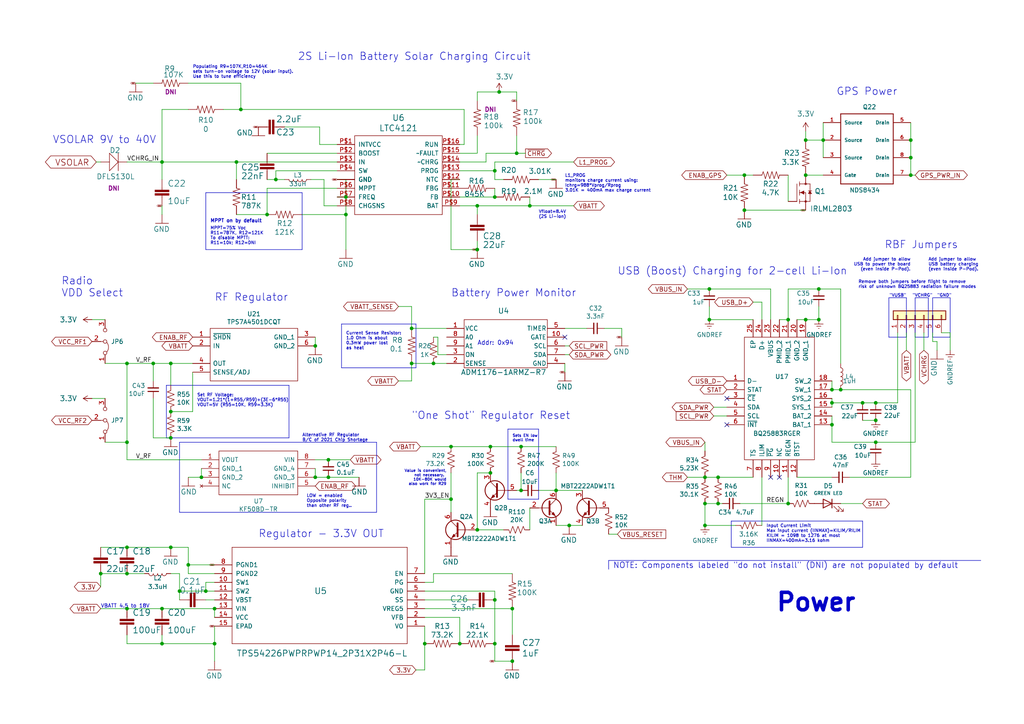
<source format=kicad_sch>
(kicad_sch (version 20230121) (generator eeschema)
  (paper "A4")
  (title_block (title "PyCubed Mainboard") (date "2021-06-09") (rev "v05c") (company "Max Holliday"))
  (junction (at 143.51 57.15))
  (junction (at 119.38 105.41))
  (junction (at 58.42 138.43))
  (junction (at 62.23 176.53))
  (junction (at 142.24 137.16))
  (junction (at 254 128.27))
  (junction (at 36.83 176.53))
  (junction (at 68.58 46.99))
  (junction (at 49.53 105.41))
  (junction (at 36.83 158.75))
  (junction (at 233.68 40.64))
  (junction (at 205.74 92.71))
  (junction (at 237.49 83.82))
  (junction (at 165.1 152.4))
  (junction (at 228.6 146.05))
  (junction (at 264.16 50.8))
  (junction (at 36.83 105.41))
  (junction (at 143.51 186.69))
  (junction (at 138.43 59.69))
  (junction (at 62.23 186.69))
  (junction (at 36.83 166.37))
  (junction (at 119.38 95.25))
  (junction (at 36.83 128.27))
  (junction (at 228.6 92.71))
  (junction (at 133.35 186.69))
  (junction (at 59.69 171.45))
  (junction (at 143.51 173.99))
  (junction (at 264.16 40.64))
  (junction (at 237.49 92.71))
  (junction (at 215.9 60.96))
  (junction (at 208.28 138.43))
  (junction (at 29.21 166.37))
  (junction (at 241.3 113.03))
  (junction (at 138.43 72.39))
  (junction (at 233.68 50.8))
  (junction (at 69.85 31.75))
  (junction (at 204.47 138.43))
  (junction (at 80.01 52.07))
  (junction (at 77.47 62.23))
  (junction (at 46.99 186.69))
  (junction (at 46.99 46.99))
  (junction (at 49.53 119.38))
  (junction (at 241.3 123.19))
  (junction (at 148.59 191.77))
  (junction (at 95.25 138.43))
  (junction (at 148.59 176.53))
  (junction (at 138.43 153.67))
  (junction (at 205.74 83.82))
  (junction (at 254 121.92))
  (junction (at 44.45 105.41))
  (junction (at 204.47 152.4))
  (junction (at 52.07 171.45))
  (junction (at 142.24 129.54))
  (junction (at 241.3 116.84))
  (junction (at 49.53 127))
  (junction (at 243.84 113.03))
  (junction (at 161.29 142.24))
  (junction (at 100.33 62.23))
  (junction (at 130.81 129.54))
  (junction (at 130.81 144.78))
  (junction (at 91.44 100.33))
  (junction (at 49.53 158.75))
  (junction (at 95.25 133.35))
  (junction (at 238.76 40.64))
  (junction (at 125.73 105.41))
  (junction (at 250.19 116.84))
  (junction (at 46.99 176.53))
  (junction (at 153.67 59.69))
  (junction (at 151.13 129.54))
  (junction (at 204.47 146.05))
  (junction (at 123.19 186.69))
  (junction (at 151.13 142.24))
  (junction (at 149.86 44.45))
  (junction (at 143.51 49.53))
  (junction (at 233.68 92.71))
  (junction (at 208.28 146.05))
  (junction (at 144.78 26.67))
  (junction (at 54.61 163.83))
  (junction (at 215.9 50.8))
  (junction (at 91.44 138.43))
  (junction (at 100.33 57.15))
  (junction (at 254 116.84))
  (junction (at 264.16 45.72))
  (no_connect (at 226.06 138.43))
  (no_connect (at 163.83 97.79))
  (no_connect (at 223.52 138.43))
  (no_connect (at 210.82 123.19))
  (no_connect (at 210.82 115.57))
  (polyline (pts (xy 275.59 97.79) (xy 270.51 97.79)))
  (wire (pts (xy 62.23 179.07) (xy 62.23 176.53)))
  (polyline (pts (xy 212.09 158.75) (xy 250.19 158.75)))
  (wire (pts (xy 54.61 163.83) (xy 54.61 166.37)))
  (wire (pts (xy 238.76 50.8) (xy 233.68 50.8)))
  (wire (pts (xy 92.71 41.91) (xy 97.79 41.91)))
  (wire (pts (xy 134.62 31.75) (xy 69.85 31.75)))
  (wire (pts (xy 123.19 144.78) (xy 130.81 144.78)))
  (wire (pts (xy 59.69 171.45) (xy 59.69 168.91)))
  (wire (pts (xy 254 116.84) (xy 260.35 116.84)))
  (wire (pts (xy 254 116.84) (xy 250.19 116.84)))
  (wire (pts (xy 26.67 92.71) (xy 30.48 92.71)))
  (wire (pts (xy 220.98 87.63) (xy 220.98 92.71)))
  (polyline (pts (xy 262.89 86.36) (xy 257.81 86.36)))
  (wire (pts (xy 123.19 166.37) (xy 123.19 144.78)))
  (wire (pts (xy 80.01 52.07) (xy 77.47 52.07)))
  (wire (pts (xy 270.51 96.52) (xy 270.51 99.06)))
  (wire (pts (xy 161.29 52.07) (xy 156.21 52.07)))
  (wire (pts (xy 62.23 171.45) (xy 59.69 171.45)))
  (wire (pts (xy 123.19 179.07) (xy 133.35 179.07)))
  (wire (pts (xy 49.53 158.75) (xy 54.61 158.75)))
  (wire (pts (xy 97.79 49.53) (xy 80.01 49.53)))
  (wire (pts (xy 100.33 57.15) (xy 100.33 62.23)))
  (wire (pts (xy 161.29 137.16) (xy 161.29 142.24)))
  (polyline (pts (xy 109.22 148.59) (xy 109.22 128.27)))
  (wire (pts (xy 39.37 24.13) (xy 44.45 24.13)))
  (polyline (pts (xy 59.69 55.88) (xy 59.69 72.39)))
  (wire (pts (xy 165.1 100.33) (xy 163.83 100.33)))
  (wire (pts (xy 93.98 59.69) (xy 93.98 52.07)))
  (polyline (pts (xy 83.82 111.76) (xy 48.26 111.76)))
  (wire (pts (xy 205.74 88.9) (xy 205.74 92.71)))
  (wire (pts (xy 210.82 118.11) (xy 207.01 118.11)))
  (wire (pts (xy 208.28 138.43) (xy 204.47 138.43)))
  (wire (pts (xy 143.51 52.07) (xy 146.05 52.07)))
  (wire (pts (xy 97.79 44.45) (xy 77.47 44.45)))
  (wire (pts (xy 44.45 115.57) (xy 44.45 127)))
  (wire (pts (xy 238.76 45.72) (xy 238.76 40.64)))
  (wire (pts (xy 123.19 186.69) (xy 123.19 194.31)))
  (wire (pts (xy 205.74 83.82) (xy 199.39 83.82)))
  (wire (pts (xy 97.79 57.15) (xy 100.33 57.15)))
  (wire (pts (xy 138.43 72.39) (xy 138.43 69.85)))
  (polyline (pts (xy 275.59 86.36) (xy 270.51 86.36)))
  (wire (pts (xy 143.51 49.53) (xy 143.51 46.99)))
  (wire (pts (xy 148.59 166.37) (xy 125.73 166.37)))
  (wire (pts (xy 214.63 146.05) (xy 228.6 146.05)))
  (wire (pts (xy 168.91 152.4) (xy 165.1 152.4)))
  (polyline (pts (xy 59.69 72.39) (xy 87.63 72.39)))
  (polyline (pts (xy 120.65 93.98) (xy 120.65 106.68)))
  (wire (pts (xy 69.85 31.75) (xy 69.85 24.13)))
  (wire (pts (xy 241.3 128.27) (xy 241.3 123.19)))
  (polyline (pts (xy 269.24 86.36) (xy 269.24 97.79)))
  (wire (pts (xy 205.74 92.71) (xy 218.44 92.71)))
  (wire (pts (xy 54.61 31.75) (xy 46.99 31.75)))
  (wire (pts (xy 26.67 115.57) (xy 30.48 115.57)))
  (wire (pts (xy 46.99 186.69) (xy 46.99 184.15)))
  (polyline (pts (xy 257.81 86.36) (xy 257.81 97.79)))
  (wire (pts (xy 121.92 129.54) (xy 130.81 129.54)))
  (wire (pts (xy 165.1 102.87) (xy 163.83 102.87)))
  (polyline (pts (xy 147.32 144.78) (xy 147.32 124.46)))
  (wire (pts (xy 238.76 40.64) (xy 238.76 35.56)))
  (wire (pts (xy 144.78 26.67) (xy 138.43 26.67)))
  (polyline (pts (xy 83.82 127) (xy 83.82 111.76)))
  (wire (pts (xy 80.01 52.07) (xy 80.01 49.53)))
  (wire (pts (xy 119.38 105.41) (xy 125.73 105.41)))
  (polyline (pts (xy 265.43 86.36) (xy 269.24 86.36)))
  (wire (pts (xy 46.99 176.53) (xy 62.23 176.53)))
  (wire (pts (xy 243.84 83.82) (xy 237.49 83.82)))
  (wire (pts (xy 241.3 113.03) (xy 243.84 113.03)))
  (polyline (pts (xy 99.06 93.98) (xy 120.65 93.98)))
  (polyline (pts (xy 176.53 162.56) (xy 284.48 162.56)))
  (wire (pts (xy 238.76 40.64) (xy 233.68 40.64)))
  (wire (pts (xy 68.58 46.99) (xy 46.99 46.99)))
  (wire (pts (xy 146.05 153.67) (xy 138.43 153.67)))
  (wire (pts (xy 271.78 99.06) (xy 271.78 101.6)))
  (wire (pts (xy 44.45 127) (xy 49.53 127)))
  (wire (pts (xy 36.83 128.27) (xy 36.83 105.41)))
  (wire (pts (xy 36.83 166.37) (xy 41.91 166.37)))
  (wire (pts (xy 36.83 186.69) (xy 46.99 186.69)))
  (wire (pts (xy 250.19 116.84) (xy 241.3 116.84)))
  (wire (pts (xy 54.61 166.37) (xy 62.23 166.37)))
  (wire (pts (xy 29.21 46.99) (xy 27.94 46.99)))
  (wire (pts (xy 36.83 133.35) (xy 58.42 133.35)))
  (polyline (pts (xy 48.26 111.76) (xy 48.26 127)))
  (wire (pts (xy 62.23 163.83) (xy 54.61 163.83)))
  (wire (pts (xy 138.43 26.67) (xy 138.43 29.21)))
  (wire (pts (xy 46.99 186.69) (xy 62.23 186.69)))
  (polyline (pts (xy 52.07 148.59) (xy 109.22 148.59)))
  (wire (pts (xy 262.89 101.6) (xy 262.89 96.52)))
  (wire (pts (xy 130.81 129.54) (xy 142.24 129.54)))
  (wire (pts (xy 163.83 107.95) (xy 163.83 105.41)))
  (wire (pts (xy 77.47 54.61) (xy 77.47 62.23)))
  (wire (pts (xy 95.25 133.35) (xy 91.44 133.35)))
  (polyline (pts (xy 48.26 127) (xy 83.82 127)))
  (wire (pts (xy 218.44 87.63) (xy 220.98 87.63)))
  (polyline (pts (xy 275.59 97.79) (xy 275.59 86.36)))
  (wire (pts (xy 91.44 135.89) (xy 91.44 138.43)))
  (wire (pts (xy 264.16 113.03) (xy 264.16 138.43)))
  (wire (pts (xy 215.9 50.8) (xy 210.82 50.8)))
  (wire (pts (xy 62.23 181.61) (xy 62.23 186.69)))
  (wire (pts (xy 237.49 83.82) (xy 228.6 83.82)))
  (wire (pts (xy 180.34 95.25) (xy 175.26 95.25)))
  (polyline (pts (xy 250.19 158.75) (xy 250.19 151.13)))
  (wire (pts (xy 92.71 36.83) (xy 82.55 36.83)))
  (wire (pts (xy 143.51 57.15) (xy 133.35 57.15)))
  (wire (pts (xy 165.1 152.4) (xy 161.29 152.4)))
  (wire (pts (xy 87.63 62.23) (xy 100.33 62.23)))
  (wire (pts (xy 264.16 40.64) (xy 264.16 45.72)))
  (wire (pts (xy 246.38 138.43) (xy 264.16 138.43)))
  (wire (pts (xy 143.51 49.53) (xy 143.51 52.07)))
  (wire (pts (xy 46.99 59.69) (xy 46.99 62.23)))
  (wire (pts (xy 208.28 146.05) (xy 204.47 146.05)))
  (wire (pts (xy 133.35 52.07) (xy 130.81 52.07)))
  (polyline (pts (xy 156.21 144.78) (xy 156.21 124.46)))
  (wire (pts (xy 36.83 133.35) (xy 36.83 128.27)))
  (wire (pts (xy 223.52 83.82) (xy 205.74 83.82)))
  (wire (pts (xy 90.17 52.07) (xy 93.98 52.07)))
  (wire (pts (xy 133.35 179.07) (xy 133.35 186.69)))
  (wire (pts (xy 62.23 173.99) (xy 59.69 173.99)))
  (wire (pts (xy 265.43 128.27) (xy 265.43 96.52)))
  (wire (pts (xy 149.86 39.37) (xy 149.86 44.45)))
  (wire (pts (xy 149.86 26.67) (xy 144.78 26.67)))
  (wire (pts (xy 130.81 137.16) (xy 130.81 144.78)))
  (wire (pts (xy 228.6 83.82) (xy 228.6 92.71)))
  (wire (pts (xy 36.83 46.99) (xy 46.99 46.99)))
  (wire (pts (xy 149.86 29.21) (xy 149.86 26.67)))
  (wire (pts (xy 44.45 110.49) (xy 44.45 105.41)))
  (wire (pts (xy 123.19 176.53) (xy 148.59 176.53)))
  (wire (pts (xy 36.83 105.41) (xy 44.45 105.41)))
  (wire (pts (xy 36.83 158.75) (xy 49.53 158.75)))
  (wire (pts (xy 30.48 128.27) (xy 36.83 128.27)))
  (wire (pts (xy 49.53 119.38) (xy 55.88 119.38)))
  (wire (pts (xy 226.06 92.71) (xy 228.6 92.71)))
  (wire (pts (xy 125.73 168.91) (xy 123.19 168.91)))
  (wire (pts (xy 77.47 62.23) (xy 68.58 62.23)))
  (wire (pts (xy 241.3 110.49) (xy 241.3 113.03)))
  (polyline (pts (xy 270.51 86.36) (xy 270.51 97.79)))
  (wire (pts (xy 138.43 153.67) (xy 138.43 137.16)))
  (wire (pts (xy 130.81 52.07) (xy 130.81 72.39)))
  (polyline (pts (xy 99.06 106.68) (xy 99.06 93.98)))
  (wire (pts (xy 237.49 88.9) (xy 237.49 92.71)))
  (wire (pts (xy 243.84 146.05) (xy 250.19 146.05)))
  (wire (pts (xy 264.16 35.56) (xy 264.16 40.64)))
  (wire (pts (xy 119.38 95.25) (xy 119.38 88.9)))
  (wire (pts (xy 123.19 181.61) (xy 123.19 186.69)))
  (wire (pts (xy 148.59 176.53) (xy 148.59 184.15)))
  (wire (pts (xy 133.35 46.99) (xy 140.97 46.99)))
  (polyline (pts (xy 262.89 97.79) (xy 262.89 86.36)))
  (wire (pts (xy 92.71 41.91) (xy 92.71 36.83)))
  (wire (pts (xy 241.3 120.65) (xy 241.3 123.19)))
  (wire (pts (xy 143.51 171.45) (xy 143.51 173.99)))
  (wire (pts (xy 254 128.27) (xy 241.3 128.27)))
  (wire (pts (xy 153.67 57.15) (xy 153.67 59.69)))
  (wire (pts (xy 204.47 138.43) (xy 199.39 138.43)))
  (wire (pts (xy 36.83 176.53) (xy 29.21 176.53)))
  (wire (pts (xy 82.55 52.07) (xy 80.01 52.07)))
  (wire (pts (xy 142.24 129.54) (xy 151.13 129.54)))
  (wire (pts (xy 44.45 105.41) (xy 49.53 105.41)))
  (wire (pts (xy 168.91 142.24) (xy 161.29 142.24)))
  (wire (pts (xy 143.51 191.77) (xy 143.51 186.69)))
  (polyline (pts (xy 156.21 144.78) (xy 147.32 144.78)))
  (wire (pts (xy 52.07 173.99) (xy 52.07 171.45)))
  (wire (pts (xy 29.21 166.37) (xy 36.83 166.37)))
  (wire (pts (xy 130.81 144.78) (xy 130.81 148.59)))
  (wire (pts (xy 30.48 105.41) (xy 36.83 105.41)))
  (wire (pts (xy 54.61 138.43) (xy 58.42 138.43)))
  (wire (pts (xy 260.35 116.84) (xy 260.35 96.52)))
  (wire (pts (xy 101.6 133.35) (xy 95.25 133.35)))
  (wire (pts (xy 138.43 59.69) (xy 153.67 59.69)))
  (polyline (pts (xy 120.65 106.68) (xy 99.06 106.68)))
  (wire (pts (xy 115.57 110.49) (xy 119.38 110.49)))
  (wire (pts (xy 149.86 142.24) (xy 151.13 142.24)))
  (wire (pts (xy 233.68 40.64) (xy 233.68 38.1)))
  (polyline (pts (xy 257.81 97.79) (xy 262.89 97.79)))
  (wire (pts (xy 228.6 58.42) (xy 228.6 50.8)))
  (wire (pts (xy 140.97 44.45) (xy 149.86 44.45)))
  (wire (pts (xy 59.69 171.45) (xy 52.07 171.45)))
  (wire (pts (xy 46.99 52.07) (xy 46.99 46.99)))
  (wire (pts (xy 127 102.87) (xy 129.54 102.87)))
  (wire (pts (xy 123.19 194.31) (xy 120.65 194.31)))
  (polyline (pts (xy 87.63 55.88) (xy 59.69 55.88)))
  (wire (pts (xy 36.83 186.69) (xy 36.83 184.15)))
  (wire (pts (xy 29.21 158.75) (xy 36.83 158.75)))
  (wire (pts (xy 153.67 153.67) (xy 153.67 147.32)))
  (wire (pts (xy 127 102.87) (xy 127 97.79)))
  (wire (pts (xy 243.84 113.03) (xy 264.16 113.03)))
  (wire (pts (xy 179.07 154.94) (xy 176.53 154.94)))
  (wire (pts (xy 62.23 168.91) (xy 59.69 168.91)))
  (polyline (pts (xy 52.07 128.27) (xy 52.07 148.59)))
  (wire (pts (xy 133.35 41.91) (xy 134.62 41.91)))
  (polyline (pts (xy 250.19 151.13) (xy 212.09 151.13)))
  (wire (pts (xy 140.97 46.99) (xy 140.97 44.45)))
  (wire (pts (xy 218.44 138.43) (xy 208.28 138.43)))
  (wire (pts (xy 62.23 186.69) (xy 62.23 191.77)))
  (wire (pts (xy 36.83 176.53) (xy 46.99 176.53)))
  (wire (pts (xy 54.61 158.75) (xy 54.61 163.83)))
  (wire (pts (xy 218.44 50.8) (xy 215.9 50.8)))
  (wire (pts (xy 29.21 170.18) (xy 29.21 166.37)))
  (wire (pts (xy 270.51 99.06) (xy 271.78 99.06)))
  (wire (pts (xy 49.53 166.37) (xy 52.07 166.37)))
  (wire (pts (xy 91.44 100.33) (xy 91.44 97.79)))
  (wire (pts (xy 138.43 44.45) (xy 138.43 39.37)))
  (wire (pts (xy 95.25 138.43) (xy 91.44 138.43)))
  (polyline (pts (xy 212.09 151.13) (xy 212.09 158.75)))
  (wire (pts (xy 68.58 52.07) (xy 68.58 46.99)))
  (wire (pts (xy 49.53 105.41) (xy 55.88 105.41)))
  (wire (pts (xy 125.73 105.41) (xy 129.54 105.41)))
  (wire (pts (xy 267.97 101.6) (xy 267.97 96.52)))
  (wire (pts (xy 250.19 121.92) (xy 254 121.92)))
  (wire (pts (xy 241.3 115.57) (xy 241.3 116.84)))
  (polyline (pts (xy 156.21 124.46) (xy 147.32 124.46)))
  (wire (pts (xy 119.38 95.25) (xy 129.54 95.25)))
  (wire (pts (xy 123.19 173.99) (xy 135.89 173.99)))
  (wire (pts (xy 180.34 97.79) (xy 180.34 95.25)))
  (wire (pts (xy 55.88 119.38) (xy 55.88 107.95)))
  (wire (pts (xy 69.85 31.75) (xy 64.77 31.75)))
  (wire (pts (xy 254 128.27) (xy 265.43 128.27)))
  (wire (pts (xy 223.52 92.71) (xy 223.52 83.82)))
  (wire (pts (xy 149.86 44.45) (xy 152.4 44.45)))
  (wire (pts (xy 100.33 52.07) (xy 100.33 57.15)))
  (wire (pts (xy 143.51 173.99) (xy 143.51 186.69)))
  (wire (pts (xy 151.13 129.54) (xy 161.29 129.54)))
  (wire (pts (xy 209.55 146.05) (xy 208.28 146.05)))
  (wire (pts (xy 97.79 52.07) (xy 100.33 52.07)))
  (wire (pts (xy 241.3 138.43) (xy 231.14 138.43)))
  (wire (pts (xy 241.3 116.84) (xy 241.3 118.11)))
  (wire (pts (xy 156.21 142.24) (xy 161.29 142.24)))
  (wire (pts (xy 138.43 137.16) (xy 142.24 137.16)))
  (wire (pts (xy 52.07 171.45) (xy 52.07 166.37)))
  (wire (pts (xy 123.19 171.45) (xy 143.51 171.45)))
  (wire (pts (xy 58.42 138.43) (xy 58.42 135.89)))
  (wire (pts (xy 220.98 152.4) (xy 220.98 138.43)))
  (wire (pts (xy 204.47 146.05) (xy 204.47 152.4)))
  (wire (pts (xy 143.51 54.61) (xy 143.51 57.15)))
  (wire (pts (xy 104.14 138.43) (xy 95.25 138.43)))
  (wire (pts (xy 115.57 88.9) (xy 119.38 88.9)))
  (wire (pts (xy 204.47 128.27) (xy 204.47 130.81)))
  (wire (pts (xy 54.61 24.13) (xy 69.85 24.13)))
  (wire (pts (xy 125.73 166.37) (xy 125.73 168.91)))
  (wire (pts (xy 204.47 152.4) (xy 213.36 152.4)))
  (wire (pts (xy 133.35 59.69) (xy 138.43 59.69)))
  (polyline (pts (xy 87.63 72.39) (xy 87.63 55.88)))
  (wire (pts (xy 133.35 49.53) (xy 143.51 49.53)))
  (wire (pts (xy 143.51 191.77) (xy 148.59 191.77)))
  (wire (pts (xy 77.47 54.61) (xy 97.79 54.61)))
  (wire (pts (xy 275.59 96.52) (xy 275.59 101.6)))
  (wire (pts (xy 163.83 95.25) (xy 170.18 95.25)))
  (wire (pts (xy 233.68 60.96) (xy 215.9 60.96)))
  (wire (pts (xy 228.6 138.43) (xy 228.6 146.05)))
  (wire (pts (xy 130.81 72.39) (xy 138.43 72.39)))
  (wire (pts (xy 273.05 96.52) (xy 275.59 96.52)))
  (wire (pts (xy 119.38 105.41) (xy 119.38 110.49)))
  (wire (pts (xy 127 97.79) (xy 125.73 97.79)))
  (wire (pts (xy 46.99 31.75) (xy 46.99 46.99)))
  (wire (pts (xy 243.84 105.41) (xy 243.84 83.82)))
  (wire (pts (xy 233.68 92.71) (xy 237.49 92.71)))
  (wire (pts (xy 264.16 50.8) (xy 265.43 50.8)))
  (wire (pts (xy 143.51 46.99) (xy 166.37 46.99)))
  (wire (pts (xy 231.14 92.71) (xy 233.68 92.71)))
  (wire (pts (xy 264.16 45.72) (xy 264.16 50.8)))
  (wire (pts (xy 97.79 46.99) (xy 68.58 46.99)))
  (wire (pts (xy 151.13 137.16) (xy 151.13 142.24)))
  (wire (pts (xy 133.35 44.45) (xy 138.43 44.45)))
  (wire (pts (xy 138.43 62.23) (xy 138.43 59.69)))
  (wire (pts (xy 97.79 59.69) (xy 93.98 59.69)))
  (wire (pts (xy 100.33 62.23) (xy 100.33 72.39)))
  (polyline (pts (xy 269.24 97.79) (xy 265.43 97.79)))
  (polyline (pts (xy 176.53 165.1) (xy 176.53 162.56)))
  (wire (pts (xy 49.53 111.76) (xy 49.53 105.41)))
  (wire (pts (xy 153.67 59.69) (xy 166.37 59.69)))
  (wire (pts (xy 134.62 41.91) (xy 134.62 31.75)))
  (wire (pts (xy 210.82 120.65) (xy 207.01 120.65)))
  (polyline (pts (xy 109.22 128.27) (xy 52.07 128.27)))
  (polyline (pts (xy 265.43 97.79) (xy 265.43 86.36)))
  (text "Set RF Voltage:\nVOUT=1.21*(1+R55/R59)+(3E-6*R55)\nVOUT=5V (R55=10K, R59=3.3K)\n" (at 57.15 118.11 0) (effects (font (size 0.889 0.889)) (justify left bottom)))
  (text "MPPT on by default" (at 60.96 64.77 0) (effects (font (size 0.9906 0.9906) (thickness 0.1981) bold) (justify left bottom)))
  (text "Sets EN low\ndwell time" (at 148.59 128.27 0) (effects (font (size 0.7874 0.7874)) (justify left bottom)))
  (text "\"GND\"" (at 271.78 86.36 0) (effects (font (size 0.889 0.889)) (justify left bottom)))
  (text "Value is convenient,\nnot necessary. \n10K-80K would\nalso work for R29" (at 129.54 140.97 0) (effects (font (size 0.7874 0.7874)) (justify right bottom)))
  (text "VBATT 4.5 to 18V" (at 29.21 176.53 0) (effects (font (size 1.0668 1.0668)) (justify left bottom)))
  (text "Regulator - 3.3V OUT" (at 74.93 156.21 0) (effects (font (size 2.159 2.159)) (justify left bottom)))
  (text "Radio\nVDD Select" (at 17.78 86.36 0) (effects (font (size 2.159 2.159)) (justify left bottom)))
  (text "Populating R9=107K,R10=464K\nsets turn-on voltage to 12V (solar input). \nUse this to tune efficiency" (at 55.88 22.86 0) (effects (font (size 0.889 0.889)) (justify left bottom)))
  (text "Remove both jumpers before flight to remove\nrisk of unknown BQ25883 radiation failure modes\n" (at 248.92 83.82 0) (effects (font (size 0.889 0.889)) (justify left bottom)))
  (text "RF Regulator" (at 62.23 87.63 0) (effects (font (size 2.159 2.159)) (justify left bottom)))
  (text "L1_PROG\nmonitors charge current using:\nIchrg=988*Vprog/Rprog\n3.01K = 400mA max charge current\n" (at 163.83 55.88 0) (effects (font (size 0.889 0.889)) (justify left bottom)))
  (text "Add jumper to allow\nUSB battery charging\n(even inside P-Pod).\n" (at 269.24 78.74 0) (effects (font (size 0.889 0.889)) (justify left bottom)))
  (text "VSOLAR 9V to 40V" (at 15.24 41.91 0) (effects (font (size 2.159 2.159)) (justify left bottom)))
  (text "GPS Power" (at 242.57 27.94 0) (effects (font (size 2.159 2.159)) (justify left bottom)))
  (text "USB (Boost) Charging for 2-cell Li-Ion" (at 179.07 80.01 0) (effects (font (size 2.159 2.159)) (justify left bottom)))
  (text "LOW = enabled\nOpposite polarity\nthan other RF reg.. " (at 88.9 147.32 0) (effects (font (size 0.889 0.889)) (justify left bottom)))
  (text "Input Current Limit\nMax input current (IINMAX)=KILIM/RILIM\nKILIM = 1098 to 1276 at most\nIINMAX=400mA=3.16 kohm" (at 222.25 157.48 0) (effects (font (size 0.889 0.889)) (justify left bottom)))
  (text "RBF Jumpers" (at 256.54 72.39 0) (effects (font (size 2.159 2.159)) (justify left bottom)))
  (text "NOTE: Components labeled \"do not install\" (DNI) are not populated by default" (at 177.8 165.1 0) (effects (font (size 1.651 1.651)) (justify left bottom)))
  (text "Battery Power Monitor" (at 130.81 86.36 0) (effects (font (size 2.159 2.159)) (justify left bottom)))
  (text "\"VUSB\"" (at 262.89 86.36 0) (effects (font (size 0.889 0.889)) (justify right bottom)))
  (text "Alternative RF Regulator\nB/C of 2021 Chip Shortage" (at 87.63 128.27 0) (effects (font (size 0.889 0.889)) (justify left bottom)))
  (text "\"VCHRG\"" (at 270.51 86.36 0) (effects (font (size 0.889 0.889)) (justify right bottom)))
  (text "Power" (at 224.79 177.8 0) (effects (font (size 5.08 5.08) (thickness 1.016) bold) (justify left bottom)))
  (text "Addr: 0x94" (at 138.43 100.33 0) (effects (font (size 1.27 1.27)) (justify left bottom)))
  (text "2S Li-Ion Battery Solar Charging Circuit" (at 86.36 17.78 0) (effects (font (size 2.159 2.159)) (justify left bottom)))
  (text "Vfloat=8.4V\n(2S Li-ion)" (at 156.21 63.5 0) (effects (font (size 0.889 0.889)) (justify left bottom)))
  (text "\nMPPT=75% Voc\nR11=787K, R12=121K\nTo disable MPTT:\nR11=10k; R12=DNI" (at 60.96 71.12 0) (effects (font (size 0.889 0.889)) (justify left bottom)))
  (text "Current Sense Resistor:\n1.0 Ohm is about \n0.3mW power lost\nas heat" (at 100.33 101.6 0) (effects (font (size 0.889 0.889)) (justify left bottom)))
  (text "Add jumper to allow\nUSB to power the board\n(even inside P-Pod).\n" (at 264.16 78.74 0) (effects (font (size 0.889 0.889)) (justify right bottom)))
  (text "\"One Shot\" Regulator Reset" (at 119.38 121.92 0) (effects (font (size 2.159 2.159)) (justify left bottom)))
  (label "V_RF" (at 39.37 105.41 0))
  (label "3V3_EN" (at 123.19 144.78 0))
  (label "REGN" (at 222.25 146.05 0))
  (label "V_RF" (at 39.37 133.35 0))
  (label "VCHRG_IN" (at 36.83 46.99 0))
  (global_label "VBATT" (shape bidirectional) (at 55.88 100.33 180) (property "Intersheetrefs" "${INTERSHEET_REFS}" (effects hide)))
  (global_label "VBATT" (shape bidirectional) (at 121.92 129.54 180) (property "Intersheetrefs" "${INTERSHEET_REFS}" (effects hide)))
  (global_label "GND" (shape bidirectional) (at 97.79 52.07 180) (effects (font (size 0.254 0.254))) (property "Intersheetrefs" "${INTERSHEET_REFS}" (effects hide)))
  (global_label "VBATT" (shape bidirectional) (at 115.57 110.49 180) (property "Intersheetrefs" "${INTERSHEET_REFS}" (effects hide)))
  (global_label "VCC_RF2" (shape bidirectional) (at 26.67 121.92 180) (property "Intersheetrefs" "${INTERSHEET_REFS}" (effects hide)))
  (global_label "THM" (shape bidirectional) (at 199.39 138.43 180) (property "Intersheetrefs" "${INTERSHEET_REFS}" (effects hide)))
  (global_label "SCL_PWR" (shape input) (at 207.01 120.65 180) (property "Intersheetrefs" "${INTERSHEET_REFS}" (effects hide)))
  (global_label "~{CHRG}" (shape output) (at 152.4 44.45 0) (property "Intersheetrefs" "${INTERSHEET_REFS}" (effects hide)))
  (global_label "ENAB_GPS" (shape bidirectional) (at 210.82 50.8 180) (property "Intersheetrefs" "${INTERSHEET_REFS}" (effects hide)))
  (global_label "L1_PROG" (shape bidirectional) (at 166.37 46.99 0) (property "Intersheetrefs" "${INTERSHEET_REFS}" (effects hide)))
  (global_label "STAT" (shape bidirectional) (at 210.82 113.03 180) (property "Intersheetrefs" "${INTERSHEET_REFS}" (effects hide)))
  (global_label "GND" (shape bidirectional) (at 233.68 60.96 180) (effects (font (size 0.254 0.254))) (property "Intersheetrefs" "${INTERSHEET_REFS}" (effects hide)))
  (global_label "ENAB_RF" (shape bidirectional) (at 55.88 97.79 180) (property "Intersheetrefs" "${INTERSHEET_REFS}" (effects hide)))
  (global_label "VBATT" (shape bidirectional) (at 262.89 101.6 270) (property "Intersheetrefs" "${INTERSHEET_REFS}" (effects hide)))
  (global_label "VBUS_IN" (shape bidirectional) (at 199.39 83.82 180) (property "Intersheetrefs" "${INTERSHEET_REFS}" (effects hide)))
  (global_label "USB_D+" (shape bidirectional) (at 218.44 87.63 180) (property "Intersheetrefs" "${INTERSHEET_REFS}" (effects hide)))
  (global_label "GND" (shape bidirectional) (at 138.43 72.39 180) (effects (font (size 0.254 0.254))) (property "Intersheetrefs" "${INTERSHEET_REFS}" (effects hide)))
  (global_label "VBUS_IN" (shape bidirectional) (at 204.47 128.27 180) (property "Intersheetrefs" "${INTERSHEET_REFS}" (effects hide)))
  (global_label "VBATT" (shape bidirectional) (at 29.21 176.53 180) (property "Intersheetrefs" "${INTERSHEET_REFS}" (effects hide)))
  (global_label "3.3V" (shape bidirectional) (at 149.86 29.21 180) (effects (font (size 0.254 0.254))) (property "Intersheetrefs" "${INTERSHEET_REFS}" (effects hide)))
  (global_label "USB_D-" (shape bidirectional) (at 210.82 110.49 180) (property "Intersheetrefs" "${INTERSHEET_REFS}" (effects hide)))
  (global_label "GND" (shape bidirectional) (at 46.99 59.69 180) (effects (font (size 0.254 0.254))) (property "Intersheetrefs" "${INTERSHEET_REFS}" (effects hide)))
  (global_label "GND" (shape bidirectional) (at 180.34 97.79 180) (effects (font (size 0.254 0.254))) (property "Intersheetrefs" "${INTERSHEET_REFS}" (effects hide)))
  (global_label "GND" (shape bidirectional) (at 62.23 163.83 180) (effects (font (size 0.254 0.254))) (property "Intersheetrefs" "${INTERSHEET_REFS}" (effects hide)))
  (global_label "GND" (shape bidirectional) (at 163.83 107.95 180) (effects (font (size 0.254 0.254))) (property "Intersheetrefs" "${INTERSHEET_REFS}" (effects hide)))
  (global_label "GND" (shape bidirectional) (at 74.93 36.83 180) (effects (font (size 0.254 0.254))) (property "Intersheetrefs" "${INTERSHEET_REFS}" (effects hide)))
  (global_label "3.3V" (shape bidirectional) (at 120.65 194.31 180) (property "Intersheetrefs" "${INTERSHEET_REFS}" (effects hide)))
  (global_label "STAT" (shape bidirectional) (at 250.19 146.05 0) (property "Intersheetrefs" "${INTERSHEET_REFS}" (effects hide)))
  (global_label "VBATT" (shape bidirectional) (at 166.37 59.69 0) (property "Intersheetrefs" "${INTERSHEET_REFS}" (effects hide)))
  (global_label "VBATT" (shape bidirectional) (at 101.6 133.35 0) (property "Intersheetrefs" "${INTERSHEET_REFS}" (effects hide)))
  (global_label "VBUS_RESET" (shape input) (at 179.07 154.94 0) (property "Intersheetrefs" "${INTERSHEET_REFS}" (effects hide)))
  (global_label "VBATT_SENSE" (shape bidirectional) (at 115.57 88.9 180) (property "Intersheetrefs" "${INTERSHEET_REFS}" (effects hide)))
  (global_label "GPS_PWR_IN" (shape bidirectional) (at 265.43 50.8 0) (property "Intersheetrefs" "${INTERSHEET_REFS}" (effects hide)))
  (global_label "GND" (shape bidirectional) (at 161.29 52.07 180) (effects (font (size 0.254 0.254))) (property "Intersheetrefs" "${INTERSHEET_REFS}" (effects hide)))
  (global_label "VCC_RF1" (shape bidirectional) (at 26.67 99.06 180) (property "Intersheetrefs" "${INTERSHEET_REFS}" (effects hide)))
  (global_label "SDA_PWR" (shape bidirectional) (at 207.01 118.11 180) (property "Intersheetrefs" "${INTERSHEET_REFS}" (effects hide)))
  (global_label "VSOLAR" (shape bidirectional) (at 27.94 46.99 180) (effects (font (size 1.778 1.778))) (property "Intersheetrefs" "${INTERSHEET_REFS}" (effects hide)))
  (global_label "GND" (shape bidirectional) (at 39.37 24.13 180) (effects (font (size 0.254 0.254))) (property "Intersheetrefs" "${INTERSHEET_REFS}" (effects hide)))
  (global_label "ENAB_RF" (shape bidirectional) (at 91.44 140.97 0) (property "Intersheetrefs" "${INTERSHEET_REFS}" (effects hide)))
  (global_label "SDA_PWR" (shape bidirectional) (at 165.1 102.87 0) (property "Intersheetrefs" "${INTERSHEET_REFS}" (effects hide)))
  (global_label "3.3V" (shape bidirectional) (at 29.21 170.18 180) (property "Intersheetrefs" "${INTERSHEET_REFS}" (effects hide)))
  (global_label "SCL_PWR" (shape input) (at 165.1 100.33 0) (property "Intersheetrefs" "${INTERSHEET_REFS}" (effects hide)))
  (global_label "GND" (shape bidirectional) (at 143.51 191.77 180) (effects (font (size 0.254 0.254))) (property "Intersheetrefs" "${INTERSHEET_REFS}" (effects hide)))
  (global_label "GND" (shape bidirectional) (at 62.23 181.61 180) (effects (font (size 0.254 0.254))) (property "Intersheetrefs" "${INTERSHEET_REFS}" (effects hide)))
  (global_label "VCHRG" (shape bidirectional) (at 267.97 101.6 270) (property "Intersheetrefs" "${INTERSHEET_REFS}" (effects hide)))
  (symbol (lib_id "mainboard:GND") (at 39.37 26.67 0) (unit 1)
    (property "Reference" "#GND013" (effects hide))
    (property "Value" "GND" (at 36.83 29.21 0) (effects (font (size 1.4986 1.4986)) (justify left bottom)))
    (instances (project "mainboard" (path "" (reference "#GND013") (unit 1)) (path "" (reference "#GND?") (unit 1))))
  )
  (symbol (lib_id "mainboard:1.0UF-0603-16V-10%") (at 57.15 173.99 90) (unit 1)
    (property "Reference" "C21" (at 58.42 167.64 90) (effects (font (size 1.778 1.778)) (justify left bottom)))
    (property "Value" "0.1uF" (at 59.69 170.18 90) (effects (font (size 1.778 1.778)) (justify left bottom)))
    (property "Footprint" "Capacitor_SMD:C_0603_1608Metric" (effects hide))
    (property "Description" "0.1uF +-10% 50V X7R 0603" (effects hide))
    (instances (project "mainboard" (path "" (reference "C21") (unit 1)) (path "" (reference "C?") (unit 1))))
  )
  (symbol (lib_id "mainboard:DFLS130L") (at 31.75 46.99 0) (unit 1)
    (property "Reference" "D2" (at 31.75 44.45 0) (effects (font (size 1.4986 1.4986)) (justify left bottom)))
    (property "Value" "DFLS130L" (at 27.94 52.07 0) (effects (font (size 1.4986 1.4986)) (justify left bottom)))
    (property "Footprint" "mainboard:PWRDI-123" (effects hide))
    (property "Datasheet" "https://www.diodes.com/assets/Datasheets/ds30492.pdf" (effects hide))
    (property "Description" "Schottky Diode - 30V 1A" (effects hide))
    (property "Flight" "DFLS130L-7" (effects hide))
    (property "Manufacturer_Name" "Diodes Incorporated" (effects hide))
    (property "Manufacturer_Part_Number" "DFLS130L-7" (effects hide))
    (property "Proto" "DFLS130L" (effects hide))
    (property "DNI" "DNI" (at 33.02 54.61 0) (effects (font bold)))
    (instances (project "mainboard" (path "" (reference "D2") (unit 1)) (path "" (reference "D?") (unit 1))))
  )
  (symbol (lib_id "mainboard:R-US_R0603") (at 138.43 186.69 180) (unit 1)
    (property "Reference" "R14" (at 138.43 181.61 0) (effects (font (size 1.4986 1.4986))))
    (property "Value" "22.1K" (at 138.43 184.15 0) (effects (font (size 1.4986 1.4986))))
    (property "Footprint" "Resistor_SMD:R_0603_1608Metric" (effects hide))
    (property "Description" "22.1K 0603" (effects hide))
    (instances (project "mainboard" (path "" (reference "R14") (unit 1)) (path "" (reference "R?") (unit 1))))
  )
  (symbol (lib_id "mainboard:10UF-0603-6.3V-20%") (at 46.99 57.15 0) (unit 1)
    (property "Reference" "C22" (at 48.514 54.229 0) (effects (font (size 1.778 1.778)) (justify left bottom)))
    (property "Value" "10uF" (at 48.514 59.309 0) (effects (font (size 1.778 1.778)) (justify left bottom)))
    (property "Footprint" "Capacitor_SMD:C_0603_1608Metric" (effects hide))
    (property "Description" "10uF +-20% 10V X5R" (effects hide))
    (instances (project "mainboard" (path "" (reference "C22") (unit 1)) (path "" (reference "C?") (unit 1))))
  )
  (symbol (lib_id "mainboard:GND") (at 138.43 74.93 0) (unit 1)
    (property "Reference" "#GND019" (effects hide))
    (property "Value" "GND" (at 135.89 77.47 0) (effects (font (size 1.4986 1.4986)) (justify left bottom)))
    (instances (project "mainboard" (path "" (reference "#GND019") (unit 1)) (path "" (reference "#GND?") (unit 1))))
  )
  (symbol (lib_id "mainboard:GND") (at 161.29 54.61 0) (unit 1)
    (property "Reference" "#GND021" (effects hide))
    (property "Value" "GND" (at 158.75 57.15 0) (effects (font (size 1.4986 1.4986)) (justify left bottom)))
    (instances (project "mainboard" (path "" (reference "#GND021") (unit 1)) (path "" (reference "#GND?") (unit 1))))
  )
  (symbol (lib_id "mainboard:R-US_R2512") (at 119.38 100.33 90) (unit 1)
    (property "Reference" "R8" (at 116.84 97.79 90) (effects (font (size 1.4986 1.4986)) (justify left bottom)))
    (property "Value" "0.1" (at 116.84 100.33 90) (effects (font (size 1.4986 1.4986)) (justify left bottom)))
    (property "Footprint" "Resistor_SMD:R_2512_6332Metric" (effects hide))
    (property "Description" "0.1 1% 2W 2512" (effects hide))
    (instances (project "mainboard" (path "" (reference "R8") (unit 1)) (path "" (reference "R?") (unit 1))))
  )
  (symbol (lib_id "mainboard:3.3V") (at 233.68 38.1 0) (unit 1)
    (property "Reference" "#SUPPLY06" (effects hide))
    (property "Value" "3.3V" (at 233.68 33.02 0) (effects (font (size 1.4986 1.4986))))
    (instances (project "mainboard" (path "" (reference "#SUPPLY06") (unit 1)) (path "" (reference "#SUPPLY?") (unit 1))))
  )
  (symbol (lib_id "mainboard:IRLML2803TRPBF") (at 231.14 55.88 0) (unit 1)
    (property "Reference" "Q1" (at 236.22 54.61 0) (effects (font (size 1.4986 1.4986)) (justify left top)))
    (property "Value" "IRLML2803" (at 234.95 59.69 0) (effects (font (size 1.4986 1.4986)) (justify left top)))
    (property "Footprint" "mainboard:SOT-23" (effects hide))
    (property "Datasheet" "https://www.infineon.com/dgdl/irlml2803pbf.pdf?fileId=5546d462533600a4015356682aff260f" (effects hide))
    (property "Description" "Single N-Channel MOSFET" (effects hide))
    (property "Flight" "IRLML2803" (effects hide))
    (property "Manufacturer_Name" "Infineon Technologies" (effects hide))
    (property "Manufacturer_Part_Number" "IRLML2803TRPbF" (effects hide))
    (property "Proto" "2302" (effects hide))
    (instances (project "mainboard" (path "" (reference "Q1") (unit 1)) (path "" (reference "Q?") (unit 1))))
  )
  (symbol (lib_id "mainboard:1.0UF-0603-16V-10%") (at 148.59 189.23 0) (unit 1)
    (property "Reference" "C27" (at 151.3332 186.4106 0) (effects (font (size 1.778 1.778)) (justify left)))
    (property "Value" "1uF" (at 151.3332 189.484 0) (effects (font (size 1.778 1.778)) (justify left)))
    (property "Footprint" "Capacitor_SMD:C_0603_1608Metric" (effects hide))
    (property "Description" "1uF 0603 X7R" (effects hide))
    (instances (project "mainboard" (path "" (reference "C27") (unit 1)) (path "" (reference "C?") (unit 1))))
  )
  (symbol (lib_id "mainboard:22UF-0805-6.3V-20%") (at 29.21 163.83 0) (unit 1)
    (property "Reference" "C17" (at 30.734 160.909 0) (effects (font (size 1.778 1.778)) (justify left bottom)))
    (property "Value" "22uF" (at 30.734 165.989 0) (effects (font (size 1.778 1.778)) (justify left bottom)))
    (property "Footprint" "Capacitor_SMD:C_0603_1608Metric" (effects hide))
    (property "Description" "22uF +-20% 10V X5R" (effects hide))
    (instances (project "mainboard" (path "" (reference "C17") (unit 1)) (path "" (reference "C?") (unit 1))))
  )
  (symbol (lib_id "mainboard:3.3V") (at 144.78 26.67 0) (unit 1)
    (property "Reference" "#P+03" (effects hide))
    (property "Value" "3.3V" (at 143.764 23.114 0) (effects (font (size 1.4986 1.4986)) (justify left bottom)))
    (instances (project "mainboard" (path "" (reference "#P+03") (unit 1)) (path "" (reference "#P+?") (unit 1))))
  )
  (symbol (lib_id "mainboard:0.1UF-0603-25V-5%") (at 138.43 67.31 0) (unit 1)
    (property "Reference" "C28" (at 139.954 69.469 0) (effects (font (size 1.778 1.778)) (justify left bottom)))
    (property "Value" "22uF" (at 139.954 72.009 0) (effects (font (size 1.778 1.778)) (justify left bottom)))
    (property "Footprint" "Capacitor_SMD:C_0603_1608Metric" (effects hide))
    (property "Description" "22uF +-20% 10V X5R" (effects hide))
    (instances (project "mainboard" (path "" (reference "C28") (unit 1)) (path "" (reference "C?") (unit 1))))
  )
  (symbol (lib_id "mainboard:GND") (at 46.99 64.77 0) (unit 1)
    (property "Reference" "#GND014" (effects hide))
    (property "Value" "GND" (at 44.45 67.31 0) (effects (font (size 1.4986 1.4986)) (justify left bottom)))
    (instances (project "mainboard" (path "" (reference "#GND014") (unit 1)) (path "" (reference "#GND?") (unit 1))))
  )
  (symbol (lib_id "mainboard:R-US_R0603") (at 138.43 34.29 90) (unit 1)
    (property "Reference" "R18" (at 144.78 33.02 90) (effects (font (size 1.4986 1.4986)) (justify left bottom)))
    (property "Value" "100k" (at 146.05 35.56 90) (effects (font (size 1.4986 1.4986)) (justify left bottom)))
    (property "Footprint" "Resistor_SMD:R_0603_1608Metric" (effects hide))
    (property "DNI" "DNI" (at 142.24 31.75 90) (effects (font bold)))
    (property "Description" "100K 0603" (effects hide))
    (instances (project "mainboard" (path "" (reference "R18") (unit 1)) (path "" (reference "R?") (unit 1))))
  )
  (symbol (lib_id "mainboard:R-US_R0603") (at 148.59 171.45 270) (unit 1)
    (property "Reference" "R15" (at 149.86 170.18 90) (effects (font (size 1.4986 1.4986)) (justify left bottom)))
    (property "Value" "100K" (at 149.86 172.72 90) (effects (font (size 1.4986 1.4986)) (justify left bottom)))
    (property "Footprint" "Resistor_SMD:R_0603_1608Metric" (effects hide))
    (property "Description" "100K 0603" (effects hide))
    (instances (project "mainboard" (path "" (reference "R15") (unit 1)) (path "" (reference "R?") (unit 1))))
  )
  (symbol (lib_name "NDS8434_1") (lib_id "mainboard:NDS8434") (at 251.46 43.18 0) (unit 1)
    (property "Reference" "Q22" (at 250.19 31.75 0) (effects (justify left bottom)))
    (property "Value" "NDS8434" (at 246.38 55.88 0) (effects (justify left bottom)))
    (property "Footprint" "mainboard:NDS8434" (effects hide))
    (property "Datasheet" "https://www.onsemi.com/pdf/datasheet/nds8434-d.pdf" (effects hide))
    (property "Description" "P-Channel MOSFET" (effects hide))
    (property "Flight" "NDS8434" (effects hide))
    (property "Manufacturer_Name" "ON Semiconductor" (effects hide))
    (property "Manufacturer_Part_Number" "NDS8434" (effects hide))
    (property "Proto" "DMP2022LSS-13" (effects hide))
    (instances (project "mainboard" (path "" (reference "Q22") (unit 1)) (path "" (reference "U?") (unit 1))))
  )
  (symbol (lib_id "Device:L") (at 86.36 52.07 270) (unit 1)
    (property "Reference" "L3" (at 86.36 50.8 90))
    (property "Value" "33uH" (at 86.36 53.34 90))
    (property "Footprint" "Inductor_SMD:L_1812_4532Metric" (effects hide))
    (property "Datasheet" "https://datasheet.lcsc.com/szlcsc/1910111502_3L-COILS-SNR5040K-330M_C326321.pdf" (effects hide))
    (property "Description" "33uH Shielded Inductor" (effects hide))
    (property "Flight" "SLF6028T-330MR69-PF" (effects hide))
    (property "Manufacturer_Name" "3L COILS" (effects hide))
    (property "Manufacturer_Part_Number" "SNR5040K-330M" (effects hide))
    (property "Proto" "SNR5040K-330M" (effects hide))
  )
  (symbol (lib_id "Device:L") (at 45.72 166.37 270) (unit 1)
    (property "Reference" "L2" (at 45.72 167.64 90))
    (property "Value" "3.3uH" (at 45.72 170.18 90))
    (property "Footprint" "mainboard:L_2141" (effects hide))
    (property "Datasheet" "https://datasheet.lcsc.com/lcsc/2009171412_TAI-TECH-HPC5040NF-3R3MTH_C304367.pdf" (effects hide))
    (property "Description" "3.3uH Shielded Inductor" (effects hide))
    (property "Flight" "SPM5030T-3R3M-HZ" (effects hide))
    (property "Manufacturer_Name" "TAI-TECH" (effects hide))
    (property "Manufacturer_Part_Number" "HPC5040NF-3R3MTH" (effects hide))
    (property "Proto" "HPC5040NF-3R3MTH" (effects hide))
  )
  (symbol (lib_id "mainboard:LTC4121") (at 110.49 49.53 0) (unit 1)
    (property "Reference" "U6" (at 115.57 34.163 0) (effects (font (size 1.7272 1.7272))))
    (property "Value" "LTC4121" (at 115.57 37.1602 0) (effects (font (size 1.7272 1.7272))))
    (property "Footprint" "mainboard:QFN-16-PAD" (effects hide))
    (property "Datasheet" "https://www.analog.com/media/en/technical-documentation/data-sheets/4121fbc.pdf" (effects hide))
    (property "Description" "Battery Charger - MPPT - Solar Input" (effects hide))
    (property "Flight" "LTC4121EUD" (effects hide))
    (property "Manufacturer_Name" "Analog Devices Inc." (effects hide))
    (property "Manufacturer_Part_Number" "LTC4121EUD" (effects hide))
    (property "Proto" "LTC4121EUD" (effects hide))
  )
  (symbol (lib_id "power:GNDREF") (at 237.49 92.71 0) (unit 1)
    (property "Reference" "#PWR0102" (effects hide))
    (property "Value" "GNDREF" (at 237.617 97.1042 0))
  )
  (symbol (lib_id "power:GNDREF") (at 205.74 92.71 0) (unit 1)
    (property "Reference" "#PWR0103" (effects hide))
    (property "Value" "GNDREF" (at 205.867 97.1042 0))
  )
  (symbol (lib_id "Device:C_Small") (at 243.84 138.43 270) (unit 1)
    (property "Reference" "C36" (at 243.84 132.6134 90))
    (property "Value" "47nF" (at 243.84 134.9248 90))
    (property "Footprint" "Capacitor_SMD:C_0603_1608Metric" (effects hide))
    (property "Description" "47nF +-10% 50V X7R" (effects hide))
  )
  (symbol (lib_id "Device:C_Small") (at 250.19 119.38 180) (unit 1)
    (property "Reference" "C37" (at 247.65 118.11 0) (effects (justify left)))
    (property "Value" "22uF" (at 248.92 120.65 0) (effects (justify left)))
    (property "Footprint" "Capacitor_SMD:C_0603_1608Metric" (effects hide))
    (property "Description" "22uF +-20% 10V X5R" (effects hide))
  )
  (symbol (lib_id "power:GNDREF") (at 254 121.92 0) (unit 1)
    (property "Reference" "#PWR0104" (effects hide))
    (property "Value" "GNDREF" (at 254 125.73 0))
  )
  (symbol (lib_id "Device:C_Small") (at 254 130.81 180) (unit 1)
    (property "Reference" "C39" (at 251.46 129.54 0) (effects (justify left)))
    (property "Value" "10uF" (at 252.73 132.08 0) (effects (justify left)))
    (property "Footprint" "Capacitor_SMD:C_0603_1608Metric" (effects hide))
    (property "Description" "10uF +-20% 10V X5R" (effects hide))
  )
  (symbol (lib_id "power:GNDREF") (at 254 133.35 0) (unit 1)
    (property "Reference" "#PWR0105" (effects hide))
    (property "Value" "GNDREF" (at 254 137.16 0))
  )
  (symbol (lib_id "Device:R_US") (at 232.41 146.05 270) (mirror x) (unit 1)
    (property "Reference" "R31" (at 232.41 140.843 90))
    (property "Value" "10K" (at 232.41 143.1544 90))
    (property "Footprint" "Resistor_SMD:R_0603_1608Metric" (effects hide))
    (property "Description" "10K 0603" (effects hide))
    (instances (project "mainboard" (path "" (reference "R31") (unit 1)) (path "" (reference "R?") (unit 1))))
  )
  (symbol (lib_id "Device:C_Small") (at 212.09 146.05 270) (unit 1)
    (property "Reference" "C34" (at 208.28 148.59 90) (effects (justify left)))
    (property "Value" "4.7uF" (at 213.36 148.59 90) (effects (justify left)))
    (property "Footprint" "Capacitor_SMD:C_0603_1608Metric" (effects hide))
    (property "Description" "4.7uF +-20% 10V X5R" (effects hide))
  )
  (symbol (lib_id "power:GNDREF") (at 204.47 152.4 0) (unit 1)
    (property "Reference" "#PWR0106" (effects hide))
    (property "Value" "GNDREF" (at 204.597 156.7942 0))
  )
  (symbol (lib_id "Device:C_Small") (at 205.74 86.36 180) (unit 1)
    (property "Reference" "C33" (at 203.2 85.09 0) (effects (justify left)))
    (property "Value" "1uF" (at 204.47 87.63 0) (effects (justify left)))
    (property "Footprint" "Capacitor_SMD:C_0603_1608Metric" (effects hide))
    (property "Description" "1uF 0603 X7R" (effects hide))
  )
  (symbol (lib_id "Device:L") (at 243.84 109.22 0) (unit 1)
    (property "Reference" "L4" (at 246.38 109.22 0))
    (property "Value" "1uH" (at 246.38 110.49 0))
    (property "Footprint" "mainboard:L_2510" (effects hide))
    (property "Datasheet" "https://datasheet.lcsc.com/lcsc/1912111437_PSA-Prosperity-Dielectrics-MCS25GD-1R0MMP_C375955.pdf" (effects hide))
    (property "Description" "1uH Shielded Inductor" (effects hide))
    (property "Flight" "DFE252012F-1R0M" (effects hide))
    (property "Manufacturer_Name" "Prosperity Dielectrics" (effects hide))
    (property "Manufacturer_Part_Number" "MCS25GD-1R0MMP" (effects hide))
    (property "Proto" "MCS25GD-1R0MMP" (effects hide))
  )
  (symbol (lib_id "mainboard:ADM1176-1ARMZ-R7") (at 127 81.28 0) (unit 1)
    (property "Reference" "U4" (at 146.05 90.17 0) (effects (font (size 1.524 1.524))))
    (property "Value" "ADM1176-1ARMZ-R7" (at 146.05 107.95 0) (effects (font (size 1.524 1.524))))
    (property "Footprint" "mainboard:ADM1176-1ARMZ-R7" (effects hide))
    (property "Datasheet" "https://www.analog.com/media/en/technical-documentation/data-sheets/ADM1176.pdf" (effects hide))
    (property "Description" "Power Monitor" (effects hide))
    (property "Flight" "ADM1176-1ARMZ-R7" (effects hide))
    (property "Manufacturer_Name" "Analog Devices Inc." (effects hide))
    (property "Manufacturer_Part_Number" "ADM1176-1ARMZ-R7" (effects hide))
    (property "Proto" "ADM1176-1ARMZ-R7" (effects hide))
  )
  (symbol (lib_id "Device:C_Small") (at 237.49 86.36 180) (unit 1)
    (property "Reference" "C35" (at 234.95 85.09 0) (effects (justify left)))
    (property "Value" "10uF" (at 236.22 87.63 0) (effects (justify left)))
    (property "Footprint" "Capacitor_SMD:C_0603_1608Metric" (effects hide))
    (property "Description" "10uF +-20% 10V X5R" (effects hide))
  )
  (symbol (lib_id "Device:C_Small") (at 254 119.38 180) (unit 1)
    (property "Reference" "C38" (at 256.3368 118.2116 0) (effects (justify right)))
    (property "Value" "22uF" (at 256.3368 120.523 0) (effects (justify right)))
    (property "Footprint" "Capacitor_SMD:C_0603_1608Metric" (effects hide))
    (property "Description" "22uF +-20% 10V X5R" (effects hide))
  )
  (symbol (lib_id "Device:R_US") (at 204.47 134.62 0) (mirror y) (unit 1)
    (property "Reference" "R34" (at 202.7682 133.4516 0) (effects (justify left)))
    (property "Value" "5.23K" (at 202.7682 135.763 0) (effects (justify left)))
    (property "Footprint" "Resistor_SMD:R_0603_1608Metric" (effects hide))
    (property "Description" "5.23K 0603" (effects hide))
    (instances (project "mainboard" (path "" (reference "R34") (unit 1)) (path "" (reference "R?") (unit 1))))
  )
  (symbol (lib_id "Device:R_US") (at 204.47 142.24 0) (mirror x) (unit 1)
    (property "Reference" "R35" (at 202.7682 141.0716 0) (effects (justify right)))
    (property "Value" "30.1K" (at 202.7682 143.383 0) (effects (justify right)))
    (property "Footprint" "Resistor_SMD:R_0603_1608Metric" (effects hide))
    (property "Description" "30.1K 0603" (effects hide))
    (instances (project "mainboard" (path "" (reference "R35") (unit 1)) (path "" (reference "R?") (unit 1))))
  )
  (symbol (lib_id "mainboard:GND") (at 163.83 110.49 0) (unit 1)
    (property "Reference" "#GND0108" (effects hide))
    (property "Value" "GND" (at 161.29 113.03 0) (effects (font (size 1.4986 1.4986)) (justify left bottom)))
    (instances (project "mainboard" (path "" (reference "#GND0108") (unit 1)) (path "" (reference "#GND?") (unit 1))))
  )
  (symbol (lib_id "Device:R_US") (at 125.73 101.6 0) (mirror x) (unit 1)
    (property "Reference" "R26" (at 123.19 100.33 0))
    (property "Value" "1K" (at 123.19 102.87 0))
    (property "Footprint" "Resistor_SMD:R_0603_1608Metric" (effects hide))
    (property "Description" "1K 0603" (effects hide))
    (instances (project "mainboard" (path "" (reference "R26") (unit 1)) (path "" (reference "R?") (unit 1))))
  )
  (symbol (lib_id "Device:C_Small") (at 172.72 95.25 270) (unit 1)
    (property "Reference" "C32" (at 172.72 89.4334 90))
    (property "Value" "3.3nF" (at 172.72 91.7448 90))
    (property "Footprint" "Capacitor_SMD:C_0603_1608Metric" (effects hide))
    (property "Description" "3.3nF +-10% 100V X7R 0603" (effects hide))
  )
  (symbol (lib_id "mainboard:BQ25883RGER") (at 210.82 110.49 0) (unit 1)
    (property "Reference" "U17" (at 224.79 109.22 0) (effects (justify left)))
    (property "Value" "BQ25883RGER" (at 218.44 125.73 0) (effects (justify left)))
    (property "Footprint" "mainboard:QFN50P400X400X100-25N-D" (effects hide))
    (property "Datasheet" "http://www.ti.com/lit/ds/symlink/bq25883.pdf?HQS=TI-null-null-mousermode-df-pf-null-wwe&DCM=yes&ref_url=https%3A%2F%2Fwww.mouser.co.uk%2F" (effects hide))
    (property "Description" "Battery Charger - USB Power Delivery" (effects hide))
    (property "Flight" "BQ25883RGER" (effects hide))
    (property "Manufacturer_Name" "Texas Instruments" (effects hide))
    (property "Manufacturer_Part_Number" "BQ25883RGER" (effects hide))
    (property "Proto" "BQ25883RGER" (effects hide))
  )
  (symbol (lib_id "mainboard:GND") (at 180.34 100.33 0) (unit 1)
    (property "Reference" "#GND0109" (effects hide))
    (property "Value" "GND" (at 177.8 102.87 0) (effects (font (size 1.4986 1.4986)) (justify left bottom)))
    (instances (project "mainboard" (path "" (reference "#GND0109") (unit 1)) (path "" (reference "#GND?") (unit 1))))
  )
  (symbol (lib_id "Device:R_US") (at 217.17 152.4 90) (mirror x) (unit 1)
    (property "Reference" "R36" (at 217.17 157.48 90))
    (property "Value" "3.16K" (at 217.17 154.94 90))
    (property "Footprint" "Resistor_SMD:R_0603_1608Metric" (effects hide))
    (property "Description" "3.16K 0603" (effects hide))
    (instances (project "mainboard" (path "" (reference "R36") (unit 1)) (path "" (reference "R?") (unit 1))))
  )
  (symbol (lib_id "Device:R_US") (at 208.28 142.24 180) (unit 1)
    (property "Reference" "R46" (at 210.0072 141.0716 0) (effects (justify right)))
    (property "Value" "10K" (at 210.0072 143.383 0) (effects (justify right)))
    (property "Footprint" "Resistor_SMD:R_0603_1608Metric" (effects hide))
    (property "Description" "10K 0603" (effects hide))
    (instances (project "mainboard" (path "" (reference "R46") (unit 1)) (path "" (reference "R?") (unit 1))))
  )
  (symbol (lib_id "Device:LED") (at 240.03 146.05 0) (mirror y) (unit 1)
    (property "Reference" "D5" (at 240.2078 140.9446 0))
    (property "Value" "GREEN LED" (at 240.2078 143.0528 0) (effects (font (size 0.9906 0.9906))))
    (property "Footprint" "LED_SMD:LED_0603_1608Metric" (effects hide))
    (property "Datasheet" "https://optoelectronics.liteon.com/upload/download/DS22-2000-074/LTST-C190KGKT.PDF" (effects hide))
    (property "Description" "Green LED" (effects hide))
    (property "Flight" "LTST-C190KGKT" (effects hide))
    (property "Manufacturer_Name" "Lite-On Inc." (effects hide))
    (property "Manufacturer_Part_Number" "LTST-C190KGKT" (effects hide))
    (property "Proto" "LTST-C190KGKT" (effects hide))
  )
  (symbol (lib_id "Transistor_BJT:MBT2222ADW1T1") (at 158.75 147.32 0) (unit 1)
    (property "Reference" "Q3" (at 156.21 151.13 0) (effects (justify left)))
    (property "Value" "MBT2222ADW1T1" (at 162.56 140.97 0) (effects (justify left)))
    (property "Footprint" "Package_TO_SOT_SMD:SOT-363_SC-70-6" (effects hide))
    (property "Datasheet" "http://www.onsemi.com/pub_link/Collateral/MBT2222ADW1T1-D.PDF" (effects hide))
    (property "Description" "Dual NPN BJT - 2NPN" (effects hide))
    (property "Flight" "MBT2222ADW1T1G" (effects hide))
    (property "Manufacturer_Name" "ON Semiconductor" (effects hide))
    (property "Manufacturer_Part_Number" "MBT2222ADW1T1G" (effects hide))
    (property "Proto" "MBT2222ADW1T1G" (effects hide))
  )
  (symbol (lib_id "Transistor_BJT:MBT2222ADW1T1") (at 144.78 142.24 0) (mirror y) (unit 2)
    (property "Reference" "Q2" (at 147.32 147.32 0) (effects (justify left)))
    (property "Value" "MBT2222ADW1T1" (effects hide))
    (property "Footprint" "Package_TO_SOT_SMD:SOT-363_SC-70-6" (effects hide))
    (property "Datasheet" "http://www.onsemi.com/pub_link/Collateral/MBT2222ADW1T1-D.PDF" (effects hide))
    (property "Description" "Dual NPN BJT - 2NPN" (effects hide))
    (property "Flight" "MBT2222ADW1T1G" (effects hide))
    (property "Manufacturer_Name" "ON Semiconductor" (effects hide))
    (property "Manufacturer_Part_Number" "MBT2222ADW1T1G" (effects hide))
    (property "Proto" "MBT2222ADW1T1G" (effects hide))
  )
  (symbol (lib_id "Transistor_BJT:MBT2222ADW1T1") (at 133.35 153.67 0) (mirror y) (unit 1)
    (property "Reference" "Q2" (at 137.16 149.86 0) (effects (justify left)))
    (property "Value" "MBT2222ADW1T1" (at 149.86 156.21 0) (effects (justify left)))
    (property "Footprint" "Package_TO_SOT_SMD:SOT-363_SC-70-6" (effects hide))
    (property "Datasheet" "http://www.onsemi.com/pub_link/Collateral/MBT2222ADW1T1-D.PDF" (effects hide))
    (property "Description" "Dual NPN BJT - 2NPN" (effects hide))
    (property "Flight" "MBT2222ADW1T1G" (effects hide))
    (property "Manufacturer_Name" "ON Semiconductor" (effects hide))
    (property "Manufacturer_Part_Number" "MBT2222ADW1T1G" (effects hide))
    (property "Proto" "MBT2222ADW1T1G" (effects hide))
  )
  (symbol (lib_id "Transistor_BJT:MBT2222ADW1T1") (at 171.45 147.32 0) (mirror y) (unit 2)
    (property "Reference" "Q3" (at 173.99 151.13 0) (effects (justify left)))
    (property "Value" "MBT2222ADW1T1" (effects hide))
    (property "Footprint" "Package_TO_SOT_SMD:SOT-363_SC-70-6" (effects hide))
    (property "Datasheet" "http://www.onsemi.com/pub_link/Collateral/MBT2222ADW1T1-D.PDF" (effects hide))
    (property "Description" "Dual NPN BJT - 2NPN" (effects hide))
    (property "Flight" "MBT2222ADW1T1G" (effects hide))
    (property "Manufacturer_Name" "ON Semiconductor" (effects hide))
    (property "Manufacturer_Part_Number" "MBT2222ADW1T1G" (effects hide))
    (property "Proto" "MBT2222ADW1T1G" (effects hide))
  )
  (symbol (lib_id "mainboard:GND") (at 165.1 154.94 0) (unit 1)
    (property "Reference" "#GND027" (effects hide))
    (property "Value" "GND" (at 162.56 157.48 0) (effects (font (size 1.4986 1.4986)) (justify left bottom)))
    (instances (project "mainboard" (path "" (reference "#GND027") (unit 1)) (path "" (reference "#GND?") (unit 1))))
  )
  (symbol (lib_id "Device:R_US") (at 176.53 151.13 0) (mirror y) (unit 1)
    (property "Reference" "R52" (at 178.2572 149.9616 0) (effects (justify right)))
    (property "Value" "10K" (at 178.2572 152.273 0) (effects (justify right)))
    (property "Footprint" "Resistor_SMD:R_0603_1608Metric" (effects hide))
    (property "Description" "10K 0603" (effects hide))
    (instances (project "mainboard" (path "" (reference "R52") (unit 1)) (path "" (reference "R?") (unit 1))))
  )
  (symbol (lib_id "Device:R_US") (at 161.29 133.35 0) (mirror y) (unit 1)
    (property "Reference" "R49" (at 163.0172 132.1816 0) (effects (justify right)))
    (property "Value" "100K" (at 163.0172 134.493 0) (effects (justify right)))
    (property "Footprint" "Resistor_SMD:R_0603_1608Metric" (effects hide))
    (property "Description" "100K 0603" (effects hide))
    (instances (project "mainboard" (path "" (reference "R49") (unit 1)) (path "" (reference "R?") (unit 1))))
  )
  (symbol (lib_id "Device:R_US") (at 151.13 133.35 0) (mirror y) (unit 1)
    (property "Reference" "R47" (at 152.8572 132.1816 0) (effects (justify right)))
    (property "Value" "200K" (at 152.8572 134.493 0) (effects (justify right)))
    (property "Footprint" "Resistor_SMD:R_0603_1608Metric" (effects hide))
    (property "Description" "200K 0603" (effects hide))
    (instances (project "mainboard" (path "" (reference "R47") (unit 1)) (path "" (reference "R?") (unit 1))))
  )
  (symbol (lib_id "Device:R_US") (at 142.24 133.35 0) (mirror y) (unit 1)
    (property "Reference" "R30" (at 140.5382 132.1816 0) (effects (justify left)))
    (property "Value" "100K" (at 140.5382 134.493 0) (effects (justify left)))
    (property "Footprint" "Resistor_SMD:R_0603_1608Metric" (effects hide))
    (property "Description" "100K 0603" (effects hide))
    (instances (project "mainboard" (path "" (reference "R30") (unit 1)) (path "" (reference "R?") (unit 1))))
  )
  (symbol (lib_id "mainboard:GND") (at 142.24 149.86 0) (unit 1)
    (property "Reference" "#GND016" (effects hide))
    (property "Value" "GND" (at 139.7 152.4 0) (effects (font (size 1.4986 1.4986)) (justify left bottom)))
    (instances (project "mainboard" (path "" (reference "#GND016") (unit 1)) (path "" (reference "#GND?") (unit 1))))
  )
  (symbol (lib_id "mainboard:GND") (at 130.81 161.29 0) (unit 1)
    (property "Reference" "#GND028" (effects hide))
    (property "Value" "GND" (at 128.27 163.83 0) (effects (font (size 1.4986 1.4986)) (justify left bottom)))
    (instances (project "mainboard" (path "" (reference "#GND028") (unit 1)) (path "" (reference "#GND?") (unit 1))))
  )
  (symbol (lib_id "Device:R_US") (at 130.81 133.35 0) (mirror y) (unit 1)
    (property "Reference" "R29" (at 129.1082 132.1816 0) (effects (justify left)))
    (property "Value" "73.2K" (at 129.1082 134.493 0) (effects (justify left)))
    (property "Footprint" "Resistor_SMD:R_0603_1608Metric" (effects hide))
    (property "Description" "73.2K 0603" (effects hide))
    (instances (project "mainboard" (path "" (reference "R29") (unit 1)) (path "" (reference "R?") (unit 1))))
  )
  (symbol (lib_id "mainboard:22UF-1210-16V-20%") (at 36.83 181.61 0) (unit 1)
    (property "Reference" "C19" (at 38.354 178.689 0) (effects (font (size 1.778 1.778)) (justify left bottom)))
    (property "Value" "100uF" (at 38.354 183.769 0) (effects (font (size 1.778 1.778)) (justify left bottom)))
    (property "Footprint" "Capacitor_SMD:C_1210_3225Metric" (effects hide))
    (property "Description" "100uF 16V X5R 1210" (effects hide))
    (instances (project "mainboard" (path "" (reference "C19") (unit 1)) (path "" (reference "C?") (unit 1))))
  )
  (symbol (lib_id "Device:C_Small") (at 153.67 142.24 270) (unit 1)
    (property "Reference" "C6" (at 153.67 137.16 90))
    (property "Value" "10uF" (at 153.67 139.7 90))
    (property "Footprint" "Capacitor_SMD:C_0603_1608Metric" (effects hide))
    (property "Description" "10uF +-20% 10V X5R" (effects hide))
  )
  (symbol (lib_id "Connector_Generic:Conn_01x06") (at 265.43 91.44 90) (unit 1)
    (property "Reference" "J14" (effects hide))
    (property "Value" "Conn_01x06" (effects hide))
    (property "Footprint" "Connector_PinHeader_2.54mm:PinHeader_1x06_P2.54mm_Vertical" (effects hide))
    (property "DNI" "DNI" (effects hide))
    (property "Description" "6-pin Horizontal Header - 0.1in (2.54mm)" (effects hide))
  )
  (symbol (lib_id "power:GNDREF") (at 275.59 101.6 0) (unit 1)
    (property "Reference" "#PWR01" (effects hide))
    (property "Value" "GNDREF" (at 275.59 107.95 90))
  )
  (symbol (lib_id "mainboard:GND") (at 271.78 104.14 0) (unit 1)
    (property "Reference" "#GND07" (effects hide))
    (property "Value" "GND" (at 271.78 109.22 90) (effects (font (size 1.4986 1.4986)) (justify left bottom)))
    (instances (project "mainboard" (path "" (reference "#GND07") (unit 1)) (path "" (reference "#GND?") (unit 1))))
  )
  (symbol (lib_id "Device:R_US") (at 149.86 153.67 270) (mirror x) (unit 1)
    (property "Reference" "R110" (at 149.86 148.463 90))
    (property "Value" "20K" (at 149.86 150.7744 90))
    (property "Footprint" "Resistor_SMD:R_0603_1608Metric" (effects hide))
    (property "Description" "20K 0603" (effects hide))
    (instances (project "mainboard" (path "" (reference "R110") (unit 1)) (path "" (reference "R?") (unit 1))))
  )
  (symbol (lib_id "mainboard:TPS7A4501DCQT") (at 55.88 97.79 0) (unit 1)
    (property "Reference" "U21" (at 73.66 91.059 0))
    (property "Value" "TPS7A4501DCQT" (at 73.66 93.3704 0))
    (property "Footprint" "mainboard:TPS7A4501DCQT" (effects hide))
    (property "Datasheet" "https://www.ti.com/lit/gpn/tps7a45" (effects hide))
    (property "Description" "Adjustable LDO" (effects hide))
    (property "Flight" "TPS7A4501DCQT" (effects hide))
    (property "Manufacturer_Name" "Texas Instruments" (effects hide))
    (property "Manufacturer_Part_Number" "TPS7A4501DCQT" (effects hide))
    (property "Proto" "TPS7A4501DCQT" (effects hide))
  )
  (symbol (lib_id "mainboard:GND") (at 91.44 102.87 0) (unit 1)
    (property "Reference" "#GND0104" (effects hide))
    (property "Value" "GND" (at 88.9 105.41 0) (effects (font (size 1.4986 1.4986)) (justify left bottom)))
    (instances (project "mainboard" (path "" (reference "#GND0104") (unit 1)) (path "" (reference "#GND?") (unit 1))))
  )
  (symbol (lib_id "Device:C_Small") (at 44.45 113.03 180) (unit 1)
    (property "Reference" "C43" (at 42.1386 111.8616 0) (effects (justify left)))
    (property "Value" "10uF" (at 42.1386 114.173 0) (effects (justify left)))
    (property "Footprint" "Capacitor_SMD:C_0603_1608Metric" (effects hide))
    (property "Description" "10uF +-20% 10V X5R" (effects hide))
  )
  (symbol (lib_id "Device:R_US") (at 49.53 115.57 0) (mirror y) (unit 1)
    (property "Reference" "R55" (at 51.2572 114.4016 0) (effects (justify right)))
    (property "Value" "10K" (at 51.2572 116.713 0) (effects (justify right)))
    (property "Footprint" "Resistor_SMD:R_0603_1608Metric" (effects hide))
    (property "Description" "10K 0603" (effects hide))
    (instances (project "mainboard" (path "" (reference "R55") (unit 1)) (path "" (reference "R?") (unit 1))))
  )
  (symbol (lib_id "Device:R_US") (at 49.53 123.19 0) (mirror y) (unit 1)
    (property "Reference" "R59" (at 51.2572 122.0216 0) (effects (justify right)))
    (property "Value" "3.3K" (at 51.2572 124.333 0) (effects (justify right)))
    (property "Footprint" "Resistor_SMD:R_0603_1608Metric" (effects hide))
    (property "Description" "3.3K 0603" (effects hide))
    (instances (project "mainboard" (path "" (reference "R59") (unit 1)) (path "" (reference "R?") (unit 1))))
  )
  (symbol (lib_id "mainboard:GND") (at 49.53 129.54 0) (unit 1)
    (property "Reference" "#GND0117" (effects hide))
    (property "Value" "GND" (at 46.99 132.08 0) (effects (font (size 1.4986 1.4986)) (justify left bottom)))
    (instances (project "mainboard" (path "" (reference "#GND0117") (unit 1)) (path "" (reference "#GND?") (unit 1))))
  )
  (symbol (lib_id "mainboard:3.3V") (at 26.67 115.57 90) (unit 1)
    (property "Reference" "#SUPPLY?" (effects hide))
    (property "Value" "3.3V" (at 22.3774 115.57 90) (effects (font (size 1.4986 1.4986)) (justify left)))
    (instances (project "mainboard" (path "" (reference "#SUPPLY?") (unit 1)) (path "" (reference "#SUPPLY?") (unit 1)) (path "" (reference "#SUPPLY0110") (unit 1))))
  )
  (symbol (lib_id "Jumper:Jumper_3_Bridged12") (at 30.48 99.06 270) (mirror x) (unit 1)
    (property "Reference" "JP6" (at 32.1818 99.06 90) (effects (justify left)))
    (property "Value" "Jumper_3_Bridged12" (effects hide))
    (property "Footprint" "mainboard:SolderJumper-3_P1.3mm_Bridged12_RoundedPad1.0x1.5mm" (effects hide))
    (property "DNI" "DNI" (effects hide))
    (property "Description" "Vertical Header - 0.1in (2.54mm)" (effects hide))
  )
  (symbol (lib_id "Jumper:Jumper_3_Bridged12") (at 30.48 121.92 270) (mirror x) (unit 1)
    (property "Reference" "JP7" (at 32.1818 121.92 90) (effects (justify left)))
    (property "Value" "Jumper_3_Bridged12" (effects hide))
    (property "Footprint" "mainboard:SolderJumper-3_P1.3mm_Bridged12_RoundedPad1.0x1.5mm" (effects hide))
    (property "DNI" "DNI" (effects hide))
    (property "Description" "Vertical Header - 0.1in (2.54mm)" (effects hide))
  )
  (symbol (lib_id "mainboard:3.3V") (at 26.67 92.71 90) (unit 1)
    (property "Reference" "#SUPPLY?" (effects hide))
    (property "Value" "3.3V" (at 22.3774 92.71 90) (effects (font (size 1.4986 1.4986)) (justify left)))
    (instances (project "mainboard" (path "" (reference "#SUPPLY?") (unit 1)) (path "" (reference "#SUPPLY?") (unit 1)) (path "" (reference "#SUPPLY010") (unit 1))))
  )
  (symbol (lib_id "mainboard:KF50BD-TR") (at 58.42 133.35 0) (unit 1)
    (property "Reference" "U7" (at 74.93 145.3642 0))
    (property "Value" "KF50BD-TR" (at 74.93 147.6756 0))
    (property "Footprint" "mainboard:SOIC127P600X175-8N" (effects hide))
    (property "Datasheet" "http://www.st.com/web/en/resource/technical/document/datasheet/CD00000970.pdf" (effects hide))
    (property "Manufacturer_Part_Number" "KF50BD-TR" (effects hide))
    (property "Description" "Fixed LDO (alt for U21 - 2021 chip shortage)" (effects hide))
    (property "Manufacturer_Name" "STMicroelectronics" (effects hide))
    (property "Proto" "KF50BD-TR" (effects hide))
  )
  (symbol (lib_id "mainboard:GND") (at 54.61 140.97 0) (mirror y) (unit 1)
    (property "Reference" "#GND032" (effects hide))
    (property "Value" "GND" (at 57.15 143.51 0) (effects (font (size 1.4986 1.4986)) (justify left bottom)))
    (instances (project "mainboard" (path "" (reference "#GND032") (unit 1)) (path "" (reference "#GND?") (unit 1))))
  )
  (symbol (lib_id "mainboard:GND") (at 104.14 140.97 0) (mirror y) (unit 1)
    (property "Reference" "#GND030" (effects hide))
    (property "Value" "GND" (at 106.68 143.51 0) (effects (font (size 1.4986 1.4986)) (justify left bottom)))
    (instances (project "mainboard" (path "" (reference "#GND030") (unit 1)) (path "" (reference "#GND?") (unit 1))))
  )
  (symbol (lib_id "Device:C_Small") (at 95.25 135.89 0) (mirror x) (unit 1)
    (property "Reference" "C45" (at 97.5614 134.7216 0) (effects (justify left)))
    (property "Value" "0.1uF" (at 97.5614 137.033 0) (effects (justify left)))
    (property "Footprint" "Capacitor_SMD:C_0603_1608Metric" (effects hide))
    (property "Description" "0.1uF +-10% 50V X7R 0603" (effects hide))
  )
  (symbol (lib_id "mainboard:R-US_R0603") (at 68.58 57.15 90) (unit 1)
    (property "Reference" "R11" (at 69.85 57.15 90) (effects (font (size 1.4986 1.4986)) (justify right)))
    (property "Value" "787K" (at 69.85 59.69 90) (effects (font (size 1.4986 1.4986)) (justify right)))
    (property "Footprint" "Resistor_SMD:R_0603_1608Metric" (effects hide))
    (property "Description" "787K 0603" (effects hide))
    (instances (project "mainboard" (path "" (reference "R11") (unit 1)) (path "" (reference "R?") (unit 1))))
  )
  (symbol (lib_id "mainboard:R-US_R0603") (at 138.43 54.61 0) (unit 1)
    (property "Reference" "R16" (at 135.89 53.34 0) (effects (font (size 1.4986 1.4986)) (justify left bottom)))
    (property "Value" "845K" (at 134.62 57.15 0) (effects (font (size 1.4986 1.4986)) (justify left bottom)))
    (property "Footprint" "Resistor_SMD:R_0603_1608Metric" (effects hide))
    (property "Description" "845K 1% 0603" (effects hide))
    (instances (project "mainboard" (path "" (reference "R16") (unit 1)) (path "" (reference "R?") (unit 1))))
  )
  (symbol (lib_id "mainboard:R-US_R0603") (at 128.27 186.69 180) (unit 1)
    (property "Reference" "R13" (at 128.27 181.61 0) (effects (font (size 1.4986 1.4986))))
    (property "Value" "73.2K" (at 128.27 184.15 0) (effects (font (size 1.4986 1.4986))))
    (property "Footprint" "Resistor_SMD:R_0603_1608Metric" (effects hide))
    (property "Description" "73.2K 0603" (effects hide))
    (instances (project "mainboard" (path "" (reference "R13") (unit 1)) (path "" (reference "R?") (unit 1))))
  )
  (symbol (lib_id "mainboard:GND") (at 62.23 194.31 0) (unit 1)
    (property "Reference" "#GND012" (effects hide))
    (property "Value" "GND" (at 59.69 196.85 0) (effects (font (size 1.4986 1.4986)) (justify left bottom)))
    (instances (project "mainboard" (path "" (reference "#GND012") (unit 1)) (path "" (reference "#GND?") (unit 1))))
  )
  (symbol (lib_id "mainboard:GND") (at 74.93 39.37 0) (unit 1)
    (property "Reference" "#GND015" (effects hide))
    (property "Value" "GND" (at 68.58 39.37 0) (effects (font (size 1.4986 1.4986)) (justify left bottom)))
    (instances (project "mainboard" (path "" (reference "#GND015") (unit 1)) (path "" (reference "#GND?") (unit 1))))
  )
  (symbol (lib_id "mainboard:R-US_R0603") (at 233.68 45.72 270) (unit 1)
    (property "Reference" "R23" (at 231.9782 44.3738 90) (effects (font (size 1.4986 1.4986)) (justify right)))
    (property "Value" "3.3K" (at 231.9782 47.0408 90) (effects (font (size 1.4986 1.4986)) (justify right)))
    (property "Footprint" "Resistor_SMD:R_0603_1608Metric" (effects hide))
    (property "Description" "3.3K 0603" (effects hide))
    (instances (project "mainboard" (path "" (reference "R23") (unit 1)) (path "" (reference "R?") (unit 1))))
  )
  (symbol (lib_id "mainboard:R-US_R0603") (at 82.55 62.23 180) (unit 1)
    (property "Reference" "R12" (at 82.55 64.77 0) (effects (font (size 1.4986 1.4986))))
    (property "Value" "121K" (at 82.55 67.31 0) (effects (font (size 1.4986 1.4986))))
    (property "Footprint" "Resistor_SMD:R_0603_1608Metric" (effects hide))
    (property "Description" "121K 0603" (effects hide))
    (instances (project "mainboard" (path "" (reference "R12") (unit 1)) (path "" (reference "R?") (unit 1))))
  )
  (symbol (lib_id "mainboard:R-US_R0603") (at 151.13 52.07 180) (unit 1)
    (property "Reference" "R20" (at 149.86 48.4886 0) (effects (font (size 1.4986 1.4986)) (justify left bottom)))
    (property "Value" "3.01K" (at 160.02 48.768 0) (effects (font (size 1.4986 1.4986)) (justify left bottom)))
    (property "Footprint" "Resistor_SMD:R_0603_1608Metric" (effects hide))
    (property "Description" "3.01K 0603" (effects hide))
    (instances (project "mainboard" (path "" (reference "R20") (unit 1)) (path "" (reference "R?") (unit 1))))
  )
  (symbol (lib_id "mainboard:R-US_R0603") (at 149.86 34.29 90) (unit 1)
    (property "Reference" "R17" (at 156.21 31.75 90) (effects (font (size 1.4986 1.4986)) (justify left bottom)))
    (property "Value" "100k" (at 157.48 34.29 90) (effects (font (size 1.4986 1.4986)) (justify left bottom)))
    (property "Footprint" "Resistor_SMD:R_0603_1608Metric" (effects hide))
    (property "Description" "100K 0603" (effects hide))
    (instances (project "mainboard" (path "" (reference "R17") (unit 1)) (path "" (reference "R?") (unit 1))))
  )
  (symbol (lib_id "mainboard:R-US_R0603") (at 148.59 57.15 180) (unit 1)
    (property "Reference" "R19" (at 149.86 54.61 0) (effects (font (size 1.4986 1.4986)) (justify left bottom)))
    (property "Value" "2.1M" (at 157.48 54.61 0) (effects (font (size 1.4986 1.4986)) (justify left bottom)))
    (property "Footprint" "Resistor_SMD:R_0603_1608Metric" (effects hide))
    (property "Description" "2.1M 1% 0603" (effects hide))
    (instances (project "mainboard" (path "" (reference "R19") (unit 1)) (path "" (reference "R?") (unit 1))))
  )
  (symbol (lib_id "mainboard:3.3NF-0603-100V-10%") (at 140.97 173.99 90) (unit 1)
    (property "Reference" "C26" (at 135.89 172.72 90) (effects (font (size 1.778 1.778)) (justify left bottom)))
    (property "Value" "3.3nF" (at 138.43 175.26 90) (effects (font (size 1.778 1.778)) (justify left bottom)))
    (property "Footprint" "Capacitor_SMD:C_0603_1608Metric" (effects hide))
    (property "Description" "3.3nF +-10% 100V X7R 0603" (effects hide))
    (instances (project "mainboard" (path "" (reference "C26") (unit 1)) (path "" (reference "C?") (unit 1))))
  )
  (symbol (lib_id "mainboard:R-US_R0603") (at 223.52 50.8 0) (unit 1)
    (property "Reference" "R22" (at 223.52 53.34 0) (effects (font (size 1.4986 1.4986))))
    (property "Value" "4.7K" (at 223.52 55.88 0) (effects (font (size 1.4986 1.4986))))
    (property "Footprint" "Resistor_SMD:R_0603_1608Metric" (effects hide))
    (property "Description" "4.7K 0603" (effects hide))
    (instances (project "mainboard" (path "" (reference "R22") (unit 1)) (path "" (reference "R?") (unit 1))))
  )
  (symbol (lib_id "mainboard:GND") (at 100.33 74.93 0) (unit 1)
    (property "Reference" "#GND017" (effects hide))
    (property "Value" "GND" (at 97.79 77.47 0) (effects (font (size 1.4986 1.4986)) (justify left bottom)))
    (instances (project "mainboard" (path "" (reference "#GND017") (unit 1)) (path "" (reference "#GND?") (unit 1))))
  )
  (symbol (lib_id "mainboard:R-US_R0603") (at 215.9 55.88 270) (unit 1)
    (property "Reference" "R21" (at 214.1982 54.5338 90) (effects (font (size 1.4986 1.4986)) (justify right)))
    (property "Value" "10K" (at 214.1982 57.2008 90) (effects (font (size 1.4986 1.4986)) (justify right)))
    (property "Footprint" "Resistor_SMD:R_0603_1608Metric" (effects hide))
    (property "Description" "10K 0603" (effects hide))
    (instances (project "mainboard" (path "" (reference "R21") (unit 1)) (path "" (reference "R?") (unit 1))))
  )
  (symbol (lib_id "mainboard:2.2NF_2200PF-0603-50V-10%") (at 77.47 49.53 0) (unit 1)
    (property "Reference" "C25" (at 69.85 49.53 0) (effects (font (size 1.778 1.778)) (justify left bottom)))
    (property "Value" "22nF" (at 69.85 52.07 0) (effects (font (size 1.778 1.778)) (justify left bottom)))
    (property "Footprint" "Capacitor_SMD:C_0603_1608Metric" (effects hide))
    (property "Description" "22nF +-10% 50V X7R" (effects hide))
    (instances (project "mainboard" (path "" (reference "C25") (unit 1)) (path "" (reference "C?") (unit 1))))
  )
  (symbol (lib_id "mainboard:R-US_R0603") (at 49.53 24.13 180) (unit 1)
    (property "Reference" "R9" (at 50.8 19.05 0) (effects (font (size 1.4986 1.4986)) (justify left bottom)))
    (property "Value" "107K" (at 53.34 20.828 0) (effects (font (size 1.4986 1.4986)) (justify left bottom)))
    (property "Footprint" "Resistor_SMD:R_0603_1608Metric" (effects hide))
    (property "DNI" "DNI" (at 49.53 26.67 0) (effects (font bold)))
    (property "Description" "107K 0603" (effects hide))
    (instances (project "mainboard" (path "" (reference "R9") (unit 1)) (path "" (reference "R?") (unit 1))))
  )
  (symbol (lib_id "mainboard:GND") (at 148.59 194.31 0) (unit 1)
    (property "Reference" "#GND018" (effects hide))
    (property "Value" "GND" (at 146.05 196.85 0) (effects (font (size 1.4986 1.4986)) (justify left bottom)))
    (instances (project "mainboard" (path "" (reference "#GND018") (unit 1)) (path "" (reference "#GND?") (unit 1))))
  )
  (symbol (lib_id "mainboard:GND") (at 49.53 161.29 0) (unit 1)
    (property "Reference" "#GND011" (effects hide))
    (property "Value" "GND" (at 46.99 163.83 0) (effects (font (size 1.4986 1.4986)) (justify left bottom)))
    (instances (project "mainboard" (path "" (reference "#GND011") (unit 1)) (path "" (reference "#GND?") (unit 1))))
  )
  (symbol (lib_id "mainboard:22UF-0805-6.3V-20%") (at 36.83 163.83 0) (unit 1)
    (property "Reference" "C18" (at 38.354 160.909 0) (effects (font (size 1.778 1.778)) (justify left bottom)))
    (property "Value" "22uF" (at 38.354 165.989 0) (effects (font (size 1.778 1.778)) (justify left bottom)))
    (property "Footprint" "Capacitor_SMD:C_0603_1608Metric" (effects hide))
    (property "Description" "22uF +-20% 10V X5R" (effects hide))
    (instances (project "mainboard" (path "" (reference "C18") (unit 1)) (path "" (reference "C?") (unit 1))))
  )
  (symbol (lib_id "mainboard:R-US_R0603") (at 59.69 31.75 180) (unit 1)
    (property "Reference" "R10" (at 59.69 34.798 0) (effects (font (size 1.4986 1.4986))))
    (property "Value" "0" (at 59.69 37.465 0) (effects (font (size 1.4986 1.4986))))
    (property "Footprint" "Resistor_SMD:R_0603_1608Metric" (effects hide))
    (property "Description" "0 0603" (effects hide))
    (instances (project "mainboard" (path "" (reference "R10") (unit 1)) (path "" (reference "R?") (unit 1))))
  )
  (symbol (lib_id "mainboard:GND") (at 215.9 63.5 0) (unit 1)
    (property "Reference" "#GND020" (effects hide))
    (property "Value" "GND" (at 213.36 66.04 0) (effects (font (size 1.4986 1.4986)) (justify left bottom)))
    (instances (project "mainboard" (path "" (reference "#GND020") (unit 1)) (path "" (reference "#GND?") (unit 1))))
  )
  (symbol (lib_id "mainboard:22UF-1210-16V-20%") (at 46.99 181.61 0) (unit 1)
    (property "Reference" "C20" (at 48.514 178.689 0) (effects (font (size 1.778 1.778)) (justify left bottom)))
    (property "Value" "100uF" (at 48.514 183.769 0) (effects (font (size 1.778 1.778)) (justify left bottom)))
    (property "Footprint" "Capacitor_SMD:C_1210_3225Metric" (effects hide))
    (property "Description" "100uF 16V X5R 1210" (effects hide))
    (instances (project "mainboard" (path "" (reference "C20") (unit 1)) (path "" (reference "C?") (unit 1))))
  )
  (symbol (lib_id "mainboard:TPS54226PWPRPWP14_2P31X2P46-L") (at 125.73 181.61 180) (unit 1)
    (property "Reference" "U5" (at 94.8944 170.4086 0) (effects (font (size 1.7526 1.7526)) (justify left bottom)))
    (property "Value" "TPS54226PWPRPWP14_2P31X2P46-L" (at 68.58 190.5 0) (effects (font (size 1.7526 1.7526)) (justify right top)))
    (property "Footprint" "mainboard:PWP14_2P31X2P46-L" (effects hide))
    (property "Datasheet" "https://www.ti.com/lit/gpn/tps54226" (effects hide))
    (property "Description" "3.3V Switching Regulator" (effects hide))
    (property "Flight" "TPS54226PWPR" (effects hide))
    (property "Manufacturer_Name" "Texas Instruments" (effects hide))
    (property "Manufacturer_Part_Number" "TPS54226PWPR" (effects hide))
    (property "Proto" "TPS54226PWPR" (effects hide))
    (instances (project "mainboard" (path "" (reference "U5") (unit 1)) (path "" (reference "U?") (unit 1))))
  )
  (symbol (lib_id "mainboard:2.2UF-0603-10V-20%") (at 77.47 36.83 270) (unit 1)
    (property "Reference" "C23" (at 80.01 39.37 90) (effects (font (size 1.778 1.778)) (justify left bottom)))
    (property "Value" "2.2uF" (at 80.01 35.56 90) (effects (font (size 1.778 1.778)) (justify left bottom)))
    (property "Footprint" "Capacitor_SMD:C_0603_1608Metric" (effects hide))
    (property "Description" "2.2uF +-20% 6.3V X5R" (effects hide))
    (instances (project "mainboard" (path "" (reference "C23") (unit 1)) (path "" (reference "C?") (unit 1))))
  )
)
</source>
